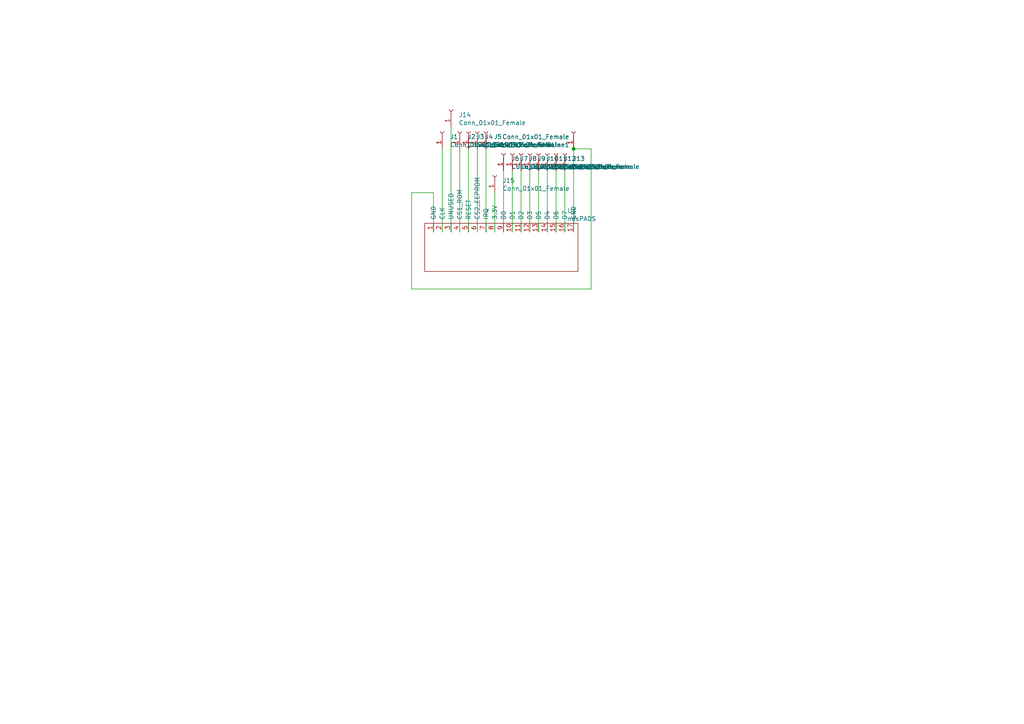
<source format=kicad_sch>
(kicad_sch (version 20231120) (generator "eeschema") (generator_version "8.0")
  (paper "A4")
  (title_block (title "NDS Breakout Board") (date "2021-01-03") (rev "1.0") (company "pedro-javierf"))
  (lib_symbols
    (symbol "ndsbreakoutboard-rescue:Conn_01x01_Female-Connector" (pin_names (offset 1.016) hide)
      (property "Reference" "J" (at 0 2.54 0))
      (property "Value" "Connector_Conn_01x01_Female" (at 0 -2.54 0))
      (symbol "Conn_01x01_Female-Connector_1_1"
        (polyline (pts (xy -1.27 0) (xy -0.508 0)) (stroke (width 0.1524)))
        (arc (start 0 0.508) (mid -0.508 0) (end 0 -0.508) (stroke (width 0.1524)))
        (pin passive line (at -5.08 0 0) (length 3.81) (name "Pin_1") (number "1"))
      )
    )
    (symbol "ndsbreakoutboard-rescue:ndsPADS-Connector" (pin_names (offset 1.016))
      (property "Reference" "U" (at 0 0 0))
      (property "Value" "Connector_ndsPADS" (at 12.7 -2.54 0))
      (symbol "ndsPADS-Connector_0_1"
        (rectangle (start -27.94 -3.81) (end 16.51 10.16))
      )
      (symbol "ndsPADS-Connector_1_1"
        (pin input line (at -25.4 7.62 90) (length 2.54) (name "GND") (number "1"))
        (pin input line (at -2.54 7.62 90) (length 2.54) (name "D1") (number "10"))
        (pin input line (at 0 7.62 90) (length 2.54) (name "D2") (number "11"))
        (pin input line (at 2.54 7.62 90) (length 2.54) (name "D3") (number "12"))
        (pin input line (at 5.08 7.62 90) (length 2.54) (name "D5") (number "13"))
        (pin input line (at 7.62 7.62 90) (length 2.54) (name "D4") (number "14"))
        (pin input line (at 10.16 7.62 90) (length 2.54) (name "D6") (number "15"))
        (pin input line (at 12.7 7.62 90) (length 2.54) (name "D7") (number "16"))
        (pin passive line (at 15.24 7.62 90) (length 2.54) (name "GND") (number "17"))
        (pin input line (at -22.86 7.62 90) (length 2.54) (name "CLK") (number "2"))
        (pin bidirectional line (at -20.32 7.62 90) (length 2.54) (name "UNUSED") (number "3"))
        (pin input line (at -17.78 7.62 90) (length 2.54) (name "CS1_ROM") (number "4"))
        (pin input line (at -15.24 7.62 90) (length 2.54) (name "RESET") (number "5"))
        (pin input line (at -12.7 7.62 90) (length 2.54) (name "CS2_EEPROM") (number "6"))
        (pin output line (at -10.16 7.62 90) (length 2.54) (name "IRQ") (number "7"))
        (pin output line (at -7.62 7.62 90) (length 2.54) (name "3.3V") (number "8"))
        (pin input line (at -5.08 7.62 90) (length 2.54) (name "D0") (number "9"))
      )
    )
  )
  (junction (at 166.37 43.18))
  (wire (pts (xy 166.37 43.18) (xy 166.37 67.31)))
  (wire (pts (xy 151.13 49.53) (xy 151.13 67.31)))
  (wire (pts (xy 171.45 43.18) (xy 171.45 83.82)))
  (wire (pts (xy 135.89 43.18) (xy 135.89 67.31)))
  (wire (pts (xy 161.29 49.53) (xy 161.29 67.31)))
  (wire (pts (xy 148.59 49.53) (xy 148.59 67.31)))
  (wire (pts (xy 146.05 49.53) (xy 146.05 67.31)))
  (wire (pts (xy 125.73 55.88) (xy 125.73 67.31)))
  (wire (pts (xy 119.38 55.88) (xy 125.73 55.88)))
  (wire (pts (xy 171.45 83.82) (xy 119.38 83.82)))
  (wire (pts (xy 163.83 49.53) (xy 163.83 67.31)))
  (wire (pts (xy 158.75 49.53) (xy 158.75 67.31)))
  (wire (pts (xy 156.21 49.53) (xy 156.21 67.31)))
  (wire (pts (xy 128.27 43.18) (xy 128.27 67.31)))
  (wire (pts (xy 138.43 43.18) (xy 138.43 67.31)))
  (wire (pts (xy 143.51 55.88) (xy 143.51 67.31)))
  (wire (pts (xy 130.81 36.83) (xy 130.81 67.31)))
  (wire (pts (xy 133.35 43.18) (xy 133.35 67.31)))
  (wire (pts (xy 140.97 43.18) (xy 140.97 67.31)))
  (wire (pts (xy 119.38 83.82) (xy 119.38 55.88)))
  (wire (pts (xy 166.37 43.18) (xy 171.45 43.18)))
  (wire (pts (xy 153.67 49.53) (xy 153.67 67.31)))
  (symbol (lib_id "ndsbreakoutboard-rescue:ndsPADS-Connector") (at 151.13 74.93 0) (unit 1)
    (property "Reference" "U1" (at 164.5412 61.1632 0) (effects (justify left)))
    (property "Value" "ndsPADS" (at 164.5412 63.4746 0) (effects (justify left)))
    (property "Footprint" "Connector:nds_contact_pads" (effects (hide yes)))
  )
  (symbol (lib_id "ndsbreakoutboard-rescue:Conn_01x01_Female-Connector") (at 166.37 38.1 90) (unit 1)
    (property "Reference" "GNDLine1" (at 165.1508 42.0116 90) (effects (justify left)))
    (property "Value" "Conn_01x01_Female" (at 165.1508 39.7002 90) (effects (justify left)))
    (property "Footprint" "Connector_PinHeader_1.00mm:PinHeader_1x01_P1.00mm_Horizontal" (effects (hide yes)))
  )
  (symbol (lib_id "ndsbreakoutboard-rescue:Conn_01x01_Female-Connector") (at 163.83 44.45 90) (unit 1)
    (property "Reference" "J13" (at 166.0652 46.0248 90) (effects (justify right)))
    (property "Value" "Conn_01x01_Female" (at 166.0652 48.3362 90) (effects (justify right)))
    (property "Footprint" "Connector_PinHeader_1.00mm:PinHeader_1x01_P1.00mm_Horizontal" (effects (hide yes)))
  )
  (symbol (lib_id "ndsbreakoutboard-rescue:Conn_01x01_Female-Connector") (at 161.29 44.45 90) (unit 1)
    (property "Reference" "J12" (at 163.5252 46.0248 90) (effects (justify right)))
    (property "Value" "Conn_01x01_Female" (at 163.5252 48.3362 90) (effects (justify right)))
    (property "Footprint" "Connector_PinHeader_1.00mm:PinHeader_1x01_P1.00mm_Horizontal" (effects (hide yes)))
  )
  (symbol (lib_id "ndsbreakoutboard-rescue:Conn_01x01_Female-Connector") (at 158.75 44.45 90) (unit 1)
    (property "Reference" "J11" (at 160.9852 46.0248 90) (effects (justify right)))
    (property "Value" "Conn_01x01_Female" (at 160.9852 48.3362 90) (effects (justify right)))
    (property "Footprint" "Connector_PinHeader_1.00mm:PinHeader_1x01_P1.00mm_Horizontal" (effects (hide yes)))
  )
  (symbol (lib_id "ndsbreakoutboard-rescue:Conn_01x01_Female-Connector") (at 156.21 44.45 90) (unit 1)
    (property "Reference" "J10" (at 158.4452 46.0248 90) (effects (justify right)))
    (property "Value" "Conn_01x01_Female" (at 158.4452 48.3362 90) (effects (justify right)))
    (property "Footprint" "Connector_PinHeader_1.00mm:PinHeader_1x01_P1.00mm_Horizontal" (effects (hide yes)))
  )
  (symbol (lib_id "ndsbreakoutboard-rescue:Conn_01x01_Female-Connector") (at 153.67 44.45 90) (unit 1)
    (property "Reference" "J9" (at 155.9052 46.0248 90) (effects (justify right)))
    (property "Value" "Conn_01x01_Female" (at 155.9052 48.3362 90) (effects (justify right)))
    (property "Footprint" "Connector_PinHeader_1.00mm:PinHeader_1x01_P1.00mm_Horizontal" (effects (hide yes)))
  )
  (symbol (lib_id "ndsbreakoutboard-rescue:Conn_01x01_Female-Connector") (at 151.13 44.45 90) (unit 1)
    (property "Reference" "J8" (at 153.3652 46.0248 90) (effects (justify right)))
    (property "Value" "Conn_01x01_Female" (at 153.3652 48.3362 90) (effects (justify right)))
    (property "Footprint" "Connector_PinHeader_1.00mm:PinHeader_1x01_P1.00mm_Horizontal" (effects (hide yes)))
  )
  (symbol (lib_id "ndsbreakoutboard-rescue:Conn_01x01_Female-Connector") (at 148.59 44.45 90) (unit 1)
    (property "Reference" "J7" (at 150.8252 46.0248 90) (effects (justify right)))
    (property "Value" "Conn_01x01_Female" (at 150.8252 48.3362 90) (effects (justify right)))
    (property "Footprint" "Connector_PinHeader_1.00mm:PinHeader_1x01_P1.00mm_Horizontal" (effects (hide yes)))
  )
  (symbol (lib_id "ndsbreakoutboard-rescue:Conn_01x01_Female-Connector") (at 146.05 44.45 90) (unit 1)
    (property "Reference" "J6" (at 148.2852 46.0248 90) (effects (justify right)))
    (property "Value" "Conn_01x01_Female" (at 148.2852 48.3362 90) (effects (justify right)))
    (property "Footprint" "Connector_PinHeader_1.00mm:PinHeader_1x01_P1.00mm_Horizontal" (effects (hide yes)))
  )
  (symbol (lib_id "ndsbreakoutboard-rescue:Conn_01x01_Female-Connector") (at 140.97 38.1 90) (unit 1)
    (property "Reference" "J5" (at 143.2052 39.6748 90) (effects (justify right)))
    (property "Value" "Conn_01x01_Female" (at 143.2052 41.9862 90) (effects (justify right)))
    (property "Footprint" "Connector_PinHeader_1.00mm:PinHeader_1x01_P1.00mm_Horizontal" (effects (hide yes)))
  )
  (symbol (lib_id "ndsbreakoutboard-rescue:Conn_01x01_Female-Connector") (at 138.43 38.1 90) (unit 1)
    (property "Reference" "J4" (at 140.6652 39.6748 90) (effects (justify right)))
    (property "Value" "Conn_01x01_Female" (at 140.6652 41.9862 90) (effects (justify right)))
    (property "Footprint" "Connector_PinHeader_1.00mm:PinHeader_1x01_P1.00mm_Horizontal" (effects (hide yes)))
  )
  (symbol (lib_id "ndsbreakoutboard-rescue:Conn_01x01_Female-Connector") (at 135.89 38.1 90) (unit 1)
    (property "Reference" "J3" (at 138.1252 39.6748 90) (effects (justify right)))
    (property "Value" "Conn_01x01_Female" (at 138.1252 41.9862 90) (effects (justify right)))
    (property "Footprint" "Connector_PinHeader_1.00mm:PinHeader_1x01_P1.00mm_Horizontal" (effects (hide yes)))
  )
  (symbol (lib_id "ndsbreakoutboard-rescue:Conn_01x01_Female-Connector") (at 133.35 38.1 90) (unit 1)
    (property "Reference" "J2" (at 135.5852 39.6748 90) (effects (justify right)))
    (property "Value" "Conn_01x01_Female" (at 135.5852 41.9862 90) (effects (justify right)))
    (property "Footprint" "Connector_PinHeader_1.00mm:PinHeader_1x01_P1.00mm_Horizontal" (effects (hide yes)))
  )
  (symbol (lib_id "ndsbreakoutboard-rescue:Conn_01x01_Female-Connector") (at 128.27 38.1 90) (unit 1)
    (property "Reference" "J1" (at 130.5052 39.6748 90) (effects (justify right)))
    (property "Value" "Conn_01x01_Female" (at 130.5052 41.9862 90) (effects (justify right)))
    (property "Footprint" "Connector_PinHeader_1.00mm:PinHeader_1x01_P1.00mm_Horizontal" (effects (hide yes)))
  )
  (symbol (lib_id "ndsbreakoutboard-rescue:Conn_01x01_Female-Connector") (at 130.81 31.75 90) (unit 1)
    (property "Reference" "J14" (at 133.0452 33.3248 90) (effects (justify right)))
    (property "Value" "Conn_01x01_Female" (at 133.0452 35.6362 90) (effects (justify right)))
    (property "Footprint" "Connector_PinHeader_1.00mm:PinHeader_1x01_P1.00mm_Horizontal" (effects (hide yes)))
  )
  (symbol (lib_id "ndsbreakoutboard-rescue:Conn_01x01_Female-Connector") (at 143.51 50.8 90) (unit 1)
    (property "Reference" "J15" (at 145.7452 52.3748 90) (effects (justify right)))
    (property "Value" "Conn_01x01_Female" (at 145.7452 54.6862 90) (effects (justify right)))
    (property "Footprint" "Connector_PinHeader_1.00mm:PinHeader_1x01_P1.00mm_Horizontal" (effects (hide yes)))
  )
)
</source>
